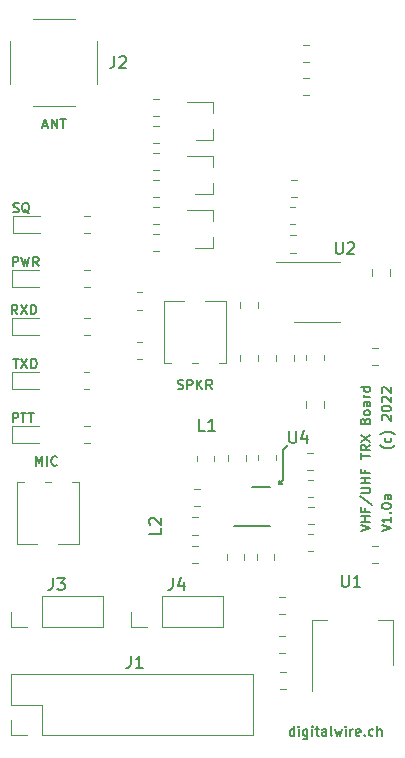
<source format=gto>
%TF.GenerationSoftware,KiCad,Pcbnew,(6.0.0)*%
%TF.CreationDate,2021-12-26T21:14:17+01:00*%
%TF.ProjectId,TRX_Board,5452585f-426f-4617-9264-2e6b69636164,V 1.0*%
%TF.SameCoordinates,Original*%
%TF.FileFunction,Legend,Top*%
%TF.FilePolarity,Positive*%
%FSLAX46Y46*%
G04 Gerber Fmt 4.6, Leading zero omitted, Abs format (unit mm)*
G04 Created by KiCad (PCBNEW (6.0.0)) date 2021-12-26 21:14:17*
%MOMM*%
%LPD*%
G01*
G04 APERTURE LIST*
%ADD10C,0.152400*%
%ADD11C,0.150000*%
%ADD12C,0.120000*%
G04 APERTURE END LIST*
D10*
X109307085Y-74430466D02*
X109694133Y-74430466D01*
X109229676Y-74662695D02*
X109500609Y-73849895D01*
X109771542Y-74662695D01*
X110042476Y-74662695D02*
X110042476Y-73849895D01*
X110506933Y-74662695D01*
X110506933Y-73849895D01*
X110777866Y-73849895D02*
X111242323Y-73849895D01*
X111010095Y-74662695D02*
X111010095Y-73849895D01*
X139107333Y-101509285D02*
X139068628Y-101547990D01*
X138952514Y-101625400D01*
X138875104Y-101664104D01*
X138758990Y-101702809D01*
X138565466Y-101741514D01*
X138410647Y-101741514D01*
X138217123Y-101702809D01*
X138101009Y-101664104D01*
X138023600Y-101625400D01*
X137907485Y-101547990D01*
X137868780Y-101509285D01*
X138758990Y-100851304D02*
X138797695Y-100928714D01*
X138797695Y-101083533D01*
X138758990Y-101160942D01*
X138720285Y-101199647D01*
X138642876Y-101238352D01*
X138410647Y-101238352D01*
X138333238Y-101199647D01*
X138294533Y-101160942D01*
X138255828Y-101083533D01*
X138255828Y-100928714D01*
X138294533Y-100851304D01*
X139107333Y-100580371D02*
X139068628Y-100541666D01*
X138952514Y-100464257D01*
X138875104Y-100425552D01*
X138758990Y-100386847D01*
X138565466Y-100348142D01*
X138410647Y-100348142D01*
X138217123Y-100386847D01*
X138101009Y-100425552D01*
X138023600Y-100464257D01*
X137907485Y-100541666D01*
X137868780Y-100580371D01*
X138062304Y-99380523D02*
X138023600Y-99341819D01*
X137984895Y-99264409D01*
X137984895Y-99070885D01*
X138023600Y-98993476D01*
X138062304Y-98954771D01*
X138139714Y-98916066D01*
X138217123Y-98916066D01*
X138333238Y-98954771D01*
X138797695Y-99419228D01*
X138797695Y-98916066D01*
X137984895Y-98412904D02*
X137984895Y-98335495D01*
X138023600Y-98258085D01*
X138062304Y-98219380D01*
X138139714Y-98180676D01*
X138294533Y-98141971D01*
X138488057Y-98141971D01*
X138642876Y-98180676D01*
X138720285Y-98219380D01*
X138758990Y-98258085D01*
X138797695Y-98335495D01*
X138797695Y-98412904D01*
X138758990Y-98490314D01*
X138720285Y-98529019D01*
X138642876Y-98567723D01*
X138488057Y-98606428D01*
X138294533Y-98606428D01*
X138139714Y-98567723D01*
X138062304Y-98529019D01*
X138023600Y-98490314D01*
X137984895Y-98412904D01*
X138062304Y-97832333D02*
X138023600Y-97793628D01*
X137984895Y-97716219D01*
X137984895Y-97522695D01*
X138023600Y-97445285D01*
X138062304Y-97406580D01*
X138139714Y-97367876D01*
X138217123Y-97367876D01*
X138333238Y-97406580D01*
X138797695Y-97871038D01*
X138797695Y-97367876D01*
X138062304Y-97058238D02*
X138023600Y-97019533D01*
X137984895Y-96942123D01*
X137984895Y-96748600D01*
X138023600Y-96671190D01*
X138062304Y-96632485D01*
X138139714Y-96593780D01*
X138217123Y-96593780D01*
X138333238Y-96632485D01*
X138797695Y-97096942D01*
X138797695Y-96593780D01*
X137984895Y-108794247D02*
X138797695Y-108523314D01*
X137984895Y-108252380D01*
X138797695Y-107555695D02*
X138797695Y-108020152D01*
X138797695Y-107787923D02*
X137984895Y-107787923D01*
X138101009Y-107865333D01*
X138178419Y-107942742D01*
X138217123Y-108020152D01*
X138720285Y-107207352D02*
X138758990Y-107168647D01*
X138797695Y-107207352D01*
X138758990Y-107246057D01*
X138720285Y-107207352D01*
X138797695Y-107207352D01*
X137984895Y-106665485D02*
X137984895Y-106588076D01*
X138023600Y-106510666D01*
X138062304Y-106471961D01*
X138139714Y-106433257D01*
X138294533Y-106394552D01*
X138488057Y-106394552D01*
X138642876Y-106433257D01*
X138720285Y-106471961D01*
X138758990Y-106510666D01*
X138797695Y-106588076D01*
X138797695Y-106665485D01*
X138758990Y-106742895D01*
X138720285Y-106781600D01*
X138642876Y-106820304D01*
X138488057Y-106859009D01*
X138294533Y-106859009D01*
X138139714Y-106820304D01*
X138062304Y-106781600D01*
X138023600Y-106742895D01*
X137984895Y-106665485D01*
X138797695Y-105697866D02*
X138371942Y-105697866D01*
X138294533Y-105736571D01*
X138255828Y-105813980D01*
X138255828Y-105968800D01*
X138294533Y-106046209D01*
X138758990Y-105697866D02*
X138797695Y-105775276D01*
X138797695Y-105968800D01*
X138758990Y-106046209D01*
X138681580Y-106084914D01*
X138604171Y-106084914D01*
X138526761Y-106046209D01*
X138488057Y-105968800D01*
X138488057Y-105775276D01*
X138449352Y-105697866D01*
X136206895Y-108770057D02*
X137019695Y-108499123D01*
X136206895Y-108228190D01*
X137019695Y-107957257D02*
X136206895Y-107957257D01*
X136593942Y-107957257D02*
X136593942Y-107492800D01*
X137019695Y-107492800D02*
X136206895Y-107492800D01*
X136593942Y-106834819D02*
X136593942Y-107105752D01*
X137019695Y-107105752D02*
X136206895Y-107105752D01*
X136206895Y-106718704D01*
X136168190Y-105828495D02*
X137213219Y-106525180D01*
X136206895Y-105557561D02*
X136864876Y-105557561D01*
X136942285Y-105518857D01*
X136980990Y-105480152D01*
X137019695Y-105402742D01*
X137019695Y-105247923D01*
X136980990Y-105170514D01*
X136942285Y-105131809D01*
X136864876Y-105093104D01*
X136206895Y-105093104D01*
X137019695Y-104706057D02*
X136206895Y-104706057D01*
X136593942Y-104706057D02*
X136593942Y-104241600D01*
X137019695Y-104241600D02*
X136206895Y-104241600D01*
X136593942Y-103583619D02*
X136593942Y-103854552D01*
X137019695Y-103854552D02*
X136206895Y-103854552D01*
X136206895Y-103467504D01*
X136206895Y-102654704D02*
X136206895Y-102190247D01*
X137019695Y-102422476D02*
X136206895Y-102422476D01*
X137019695Y-101454857D02*
X136632647Y-101725790D01*
X137019695Y-101919314D02*
X136206895Y-101919314D01*
X136206895Y-101609676D01*
X136245600Y-101532266D01*
X136284304Y-101493561D01*
X136361714Y-101454857D01*
X136477828Y-101454857D01*
X136555238Y-101493561D01*
X136593942Y-101532266D01*
X136632647Y-101609676D01*
X136632647Y-101919314D01*
X136206895Y-101183923D02*
X137019695Y-100642057D01*
X136206895Y-100642057D02*
X137019695Y-101183923D01*
X136593942Y-99442209D02*
X136632647Y-99326095D01*
X136671352Y-99287390D01*
X136748761Y-99248685D01*
X136864876Y-99248685D01*
X136942285Y-99287390D01*
X136980990Y-99326095D01*
X137019695Y-99403504D01*
X137019695Y-99713142D01*
X136206895Y-99713142D01*
X136206895Y-99442209D01*
X136245600Y-99364800D01*
X136284304Y-99326095D01*
X136361714Y-99287390D01*
X136439123Y-99287390D01*
X136516533Y-99326095D01*
X136555238Y-99364800D01*
X136593942Y-99442209D01*
X136593942Y-99713142D01*
X137019695Y-98784228D02*
X136980990Y-98861638D01*
X136942285Y-98900342D01*
X136864876Y-98939047D01*
X136632647Y-98939047D01*
X136555238Y-98900342D01*
X136516533Y-98861638D01*
X136477828Y-98784228D01*
X136477828Y-98668114D01*
X136516533Y-98590704D01*
X136555238Y-98552000D01*
X136632647Y-98513295D01*
X136864876Y-98513295D01*
X136942285Y-98552000D01*
X136980990Y-98590704D01*
X137019695Y-98668114D01*
X137019695Y-98784228D01*
X137019695Y-97816609D02*
X136593942Y-97816609D01*
X136516533Y-97855314D01*
X136477828Y-97932723D01*
X136477828Y-98087542D01*
X136516533Y-98164952D01*
X136980990Y-97816609D02*
X137019695Y-97894019D01*
X137019695Y-98087542D01*
X136980990Y-98164952D01*
X136903580Y-98203657D01*
X136826171Y-98203657D01*
X136748761Y-98164952D01*
X136710057Y-98087542D01*
X136710057Y-97894019D01*
X136671352Y-97816609D01*
X137019695Y-97429561D02*
X136477828Y-97429561D01*
X136632647Y-97429561D02*
X136555238Y-97390857D01*
X136516533Y-97352152D01*
X136477828Y-97274742D01*
X136477828Y-97197333D01*
X137019695Y-96578057D02*
X136206895Y-96578057D01*
X136980990Y-96578057D02*
X137019695Y-96655466D01*
X137019695Y-96810285D01*
X136980990Y-96887695D01*
X136942285Y-96926400D01*
X136864876Y-96965104D01*
X136632647Y-96965104D01*
X136555238Y-96926400D01*
X136516533Y-96887695D01*
X136477828Y-96810285D01*
X136477828Y-96655466D01*
X136516533Y-96578057D01*
X129540000Y-104775000D02*
X129286000Y-104775000D01*
X129286000Y-104521000D02*
X129540000Y-104775000D01*
X129286000Y-104775000D02*
X129286000Y-104521000D01*
X129667000Y-104394000D02*
X129286000Y-104775000D01*
X129667000Y-101854000D02*
X129667000Y-104394000D01*
X130048000Y-101473000D02*
X129667000Y-101854000D01*
X130589866Y-126097695D02*
X130589866Y-125284895D01*
X130589866Y-126058990D02*
X130512457Y-126097695D01*
X130357638Y-126097695D01*
X130280228Y-126058990D01*
X130241523Y-126020285D01*
X130202819Y-125942876D01*
X130202819Y-125710647D01*
X130241523Y-125633238D01*
X130280228Y-125594533D01*
X130357638Y-125555828D01*
X130512457Y-125555828D01*
X130589866Y-125594533D01*
X130976914Y-126097695D02*
X130976914Y-125555828D01*
X130976914Y-125284895D02*
X130938209Y-125323600D01*
X130976914Y-125362304D01*
X131015619Y-125323600D01*
X130976914Y-125284895D01*
X130976914Y-125362304D01*
X131712304Y-125555828D02*
X131712304Y-126213809D01*
X131673600Y-126291219D01*
X131634895Y-126329923D01*
X131557485Y-126368628D01*
X131441371Y-126368628D01*
X131363961Y-126329923D01*
X131712304Y-126058990D02*
X131634895Y-126097695D01*
X131480076Y-126097695D01*
X131402666Y-126058990D01*
X131363961Y-126020285D01*
X131325257Y-125942876D01*
X131325257Y-125710647D01*
X131363961Y-125633238D01*
X131402666Y-125594533D01*
X131480076Y-125555828D01*
X131634895Y-125555828D01*
X131712304Y-125594533D01*
X132099352Y-126097695D02*
X132099352Y-125555828D01*
X132099352Y-125284895D02*
X132060647Y-125323600D01*
X132099352Y-125362304D01*
X132138057Y-125323600D01*
X132099352Y-125284895D01*
X132099352Y-125362304D01*
X132370285Y-125555828D02*
X132679923Y-125555828D01*
X132486400Y-125284895D02*
X132486400Y-125981580D01*
X132525104Y-126058990D01*
X132602514Y-126097695D01*
X132679923Y-126097695D01*
X133299200Y-126097695D02*
X133299200Y-125671942D01*
X133260495Y-125594533D01*
X133183085Y-125555828D01*
X133028266Y-125555828D01*
X132950857Y-125594533D01*
X133299200Y-126058990D02*
X133221790Y-126097695D01*
X133028266Y-126097695D01*
X132950857Y-126058990D01*
X132912152Y-125981580D01*
X132912152Y-125904171D01*
X132950857Y-125826761D01*
X133028266Y-125788057D01*
X133221790Y-125788057D01*
X133299200Y-125749352D01*
X133802361Y-126097695D02*
X133724952Y-126058990D01*
X133686247Y-125981580D01*
X133686247Y-125284895D01*
X134034590Y-125555828D02*
X134189409Y-126097695D01*
X134344228Y-125710647D01*
X134499047Y-126097695D01*
X134653866Y-125555828D01*
X134963504Y-126097695D02*
X134963504Y-125555828D01*
X134963504Y-125284895D02*
X134924800Y-125323600D01*
X134963504Y-125362304D01*
X135002209Y-125323600D01*
X134963504Y-125284895D01*
X134963504Y-125362304D01*
X135350552Y-126097695D02*
X135350552Y-125555828D01*
X135350552Y-125710647D02*
X135389257Y-125633238D01*
X135427961Y-125594533D01*
X135505371Y-125555828D01*
X135582780Y-125555828D01*
X136163352Y-126058990D02*
X136085942Y-126097695D01*
X135931123Y-126097695D01*
X135853714Y-126058990D01*
X135815009Y-125981580D01*
X135815009Y-125671942D01*
X135853714Y-125594533D01*
X135931123Y-125555828D01*
X136085942Y-125555828D01*
X136163352Y-125594533D01*
X136202057Y-125671942D01*
X136202057Y-125749352D01*
X135815009Y-125826761D01*
X136550400Y-126020285D02*
X136589104Y-126058990D01*
X136550400Y-126097695D01*
X136511695Y-126058990D01*
X136550400Y-126020285D01*
X136550400Y-126097695D01*
X137285790Y-126058990D02*
X137208380Y-126097695D01*
X137053561Y-126097695D01*
X136976152Y-126058990D01*
X136937447Y-126020285D01*
X136898742Y-125942876D01*
X136898742Y-125710647D01*
X136937447Y-125633238D01*
X136976152Y-125594533D01*
X137053561Y-125555828D01*
X137208380Y-125555828D01*
X137285790Y-125594533D01*
X137634133Y-126097695D02*
X137634133Y-125284895D01*
X137982476Y-126097695D02*
X137982476Y-125671942D01*
X137943771Y-125594533D01*
X137866361Y-125555828D01*
X137750247Y-125555828D01*
X137672838Y-125594533D01*
X137634133Y-125633238D01*
X120722571Y-96721990D02*
X120838685Y-96760695D01*
X121032209Y-96760695D01*
X121109619Y-96721990D01*
X121148323Y-96683285D01*
X121187028Y-96605876D01*
X121187028Y-96528466D01*
X121148323Y-96451057D01*
X121109619Y-96412352D01*
X121032209Y-96373647D01*
X120877390Y-96334942D01*
X120799980Y-96296238D01*
X120761276Y-96257533D01*
X120722571Y-96180123D01*
X120722571Y-96102714D01*
X120761276Y-96025304D01*
X120799980Y-95986600D01*
X120877390Y-95947895D01*
X121070914Y-95947895D01*
X121187028Y-95986600D01*
X121535371Y-96760695D02*
X121535371Y-95947895D01*
X121845009Y-95947895D01*
X121922419Y-95986600D01*
X121961123Y-96025304D01*
X121999828Y-96102714D01*
X121999828Y-96218828D01*
X121961123Y-96296238D01*
X121922419Y-96334942D01*
X121845009Y-96373647D01*
X121535371Y-96373647D01*
X122348171Y-96760695D02*
X122348171Y-95947895D01*
X122812628Y-96760695D02*
X122464285Y-96296238D01*
X122812628Y-95947895D02*
X122348171Y-96412352D01*
X123625428Y-96760695D02*
X123354495Y-96373647D01*
X123160971Y-96760695D02*
X123160971Y-95947895D01*
X123470609Y-95947895D01*
X123548019Y-95986600D01*
X123586723Y-96025304D01*
X123625428Y-96102714D01*
X123625428Y-96218828D01*
X123586723Y-96296238D01*
X123548019Y-96334942D01*
X123470609Y-96373647D01*
X123160971Y-96373647D01*
X108730142Y-103237695D02*
X108730142Y-102424895D01*
X109001076Y-103005466D01*
X109272009Y-102424895D01*
X109272009Y-103237695D01*
X109659057Y-103237695D02*
X109659057Y-102424895D01*
X110510561Y-103160285D02*
X110471857Y-103198990D01*
X110355742Y-103237695D01*
X110278333Y-103237695D01*
X110162219Y-103198990D01*
X110084809Y-103121580D01*
X110046104Y-103044171D01*
X110007400Y-102889352D01*
X110007400Y-102773238D01*
X110046104Y-102618419D01*
X110084809Y-102541009D01*
X110162219Y-102463600D01*
X110278333Y-102424895D01*
X110355742Y-102424895D01*
X110471857Y-102463600D01*
X110510561Y-102502304D01*
X107154133Y-90410695D02*
X106883200Y-90023647D01*
X106689676Y-90410695D02*
X106689676Y-89597895D01*
X106999314Y-89597895D01*
X107076723Y-89636600D01*
X107115428Y-89675304D01*
X107154133Y-89752714D01*
X107154133Y-89868828D01*
X107115428Y-89946238D01*
X107076723Y-89984942D01*
X106999314Y-90023647D01*
X106689676Y-90023647D01*
X107425066Y-89597895D02*
X107966933Y-90410695D01*
X107966933Y-89597895D02*
X107425066Y-90410695D01*
X108276571Y-90410695D02*
X108276571Y-89597895D01*
X108470095Y-89597895D01*
X108586209Y-89636600D01*
X108663619Y-89714009D01*
X108702323Y-89791419D01*
X108741028Y-89946238D01*
X108741028Y-90062352D01*
X108702323Y-90217171D01*
X108663619Y-90294580D01*
X108586209Y-90371990D01*
X108470095Y-90410695D01*
X108276571Y-90410695D01*
X106736847Y-99554695D02*
X106736847Y-98741895D01*
X107046485Y-98741895D01*
X107123895Y-98780600D01*
X107162600Y-98819304D01*
X107201304Y-98896714D01*
X107201304Y-99012828D01*
X107162600Y-99090238D01*
X107123895Y-99128942D01*
X107046485Y-99167647D01*
X106736847Y-99167647D01*
X107433533Y-98741895D02*
X107897990Y-98741895D01*
X107665761Y-99554695D02*
X107665761Y-98741895D01*
X108052809Y-98741895D02*
X108517266Y-98741895D01*
X108285038Y-99554695D02*
X108285038Y-98741895D01*
X106797323Y-94169895D02*
X107261780Y-94169895D01*
X107029552Y-94982695D02*
X107029552Y-94169895D01*
X107455304Y-94169895D02*
X107997171Y-94982695D01*
X107997171Y-94169895D02*
X107455304Y-94982695D01*
X108306809Y-94982695D02*
X108306809Y-94169895D01*
X108500333Y-94169895D01*
X108616447Y-94208600D01*
X108693857Y-94286009D01*
X108732561Y-94363419D01*
X108771266Y-94518238D01*
X108771266Y-94634352D01*
X108732561Y-94789171D01*
X108693857Y-94866580D01*
X108616447Y-94943990D01*
X108500333Y-94982695D01*
X108306809Y-94982695D01*
X106739266Y-86346695D02*
X106739266Y-85533895D01*
X107048904Y-85533895D01*
X107126314Y-85572600D01*
X107165019Y-85611304D01*
X107203723Y-85688714D01*
X107203723Y-85804828D01*
X107165019Y-85882238D01*
X107126314Y-85920942D01*
X107048904Y-85959647D01*
X106739266Y-85959647D01*
X107474657Y-85533895D02*
X107668180Y-86346695D01*
X107823000Y-85766123D01*
X107977819Y-86346695D01*
X108171342Y-85533895D01*
X108945438Y-86346695D02*
X108674504Y-85959647D01*
X108480980Y-86346695D02*
X108480980Y-85533895D01*
X108790619Y-85533895D01*
X108868028Y-85572600D01*
X108906733Y-85611304D01*
X108945438Y-85688714D01*
X108945438Y-85804828D01*
X108906733Y-85882238D01*
X108868028Y-85920942D01*
X108790619Y-85959647D01*
X108480980Y-85959647D01*
X106784019Y-81735990D02*
X106900133Y-81774695D01*
X107093657Y-81774695D01*
X107171066Y-81735990D01*
X107209771Y-81697285D01*
X107248476Y-81619876D01*
X107248476Y-81542466D01*
X107209771Y-81465057D01*
X107171066Y-81426352D01*
X107093657Y-81387647D01*
X106938838Y-81348942D01*
X106861428Y-81310238D01*
X106822723Y-81271533D01*
X106784019Y-81194123D01*
X106784019Y-81116714D01*
X106822723Y-81039304D01*
X106861428Y-81000600D01*
X106938838Y-80961895D01*
X107132361Y-80961895D01*
X107248476Y-81000600D01*
X108138685Y-81852104D02*
X108061276Y-81813400D01*
X107983866Y-81735990D01*
X107867752Y-81619876D01*
X107790342Y-81581171D01*
X107712933Y-81581171D01*
X107751638Y-81774695D02*
X107674228Y-81735990D01*
X107596819Y-81658580D01*
X107558114Y-81503761D01*
X107558114Y-81232828D01*
X107596819Y-81078009D01*
X107674228Y-81000600D01*
X107751638Y-80961895D01*
X107906457Y-80961895D01*
X107983866Y-81000600D01*
X108061276Y-81078009D01*
X108099980Y-81232828D01*
X108099980Y-81503761D01*
X108061276Y-81658580D01*
X107983866Y-81735990D01*
X107906457Y-81774695D01*
X107751638Y-81774695D01*
D11*
%TO.C,J2*%
X115363666Y-68540380D02*
X115363666Y-69254666D01*
X115316047Y-69397523D01*
X115220809Y-69492761D01*
X115077952Y-69540380D01*
X114982714Y-69540380D01*
X115792238Y-68635619D02*
X115839857Y-68588000D01*
X115935095Y-68540380D01*
X116173190Y-68540380D01*
X116268428Y-68588000D01*
X116316047Y-68635619D01*
X116363666Y-68730857D01*
X116363666Y-68826095D01*
X116316047Y-68968952D01*
X115744619Y-69540380D01*
X116363666Y-69540380D01*
%TO.C,J3*%
X110156666Y-112736380D02*
X110156666Y-113450666D01*
X110109047Y-113593523D01*
X110013809Y-113688761D01*
X109870952Y-113736380D01*
X109775714Y-113736380D01*
X110537619Y-112736380D02*
X111156666Y-112736380D01*
X110823333Y-113117333D01*
X110966190Y-113117333D01*
X111061428Y-113164952D01*
X111109047Y-113212571D01*
X111156666Y-113307809D01*
X111156666Y-113545904D01*
X111109047Y-113641142D01*
X111061428Y-113688761D01*
X110966190Y-113736380D01*
X110680476Y-113736380D01*
X110585238Y-113688761D01*
X110537619Y-113641142D01*
%TO.C,U1*%
X134620095Y-112482380D02*
X134620095Y-113291904D01*
X134667714Y-113387142D01*
X134715333Y-113434761D01*
X134810571Y-113482380D01*
X135001047Y-113482380D01*
X135096285Y-113434761D01*
X135143904Y-113387142D01*
X135191523Y-113291904D01*
X135191523Y-112482380D01*
X136191523Y-113482380D02*
X135620095Y-113482380D01*
X135905809Y-113482380D02*
X135905809Y-112482380D01*
X135810571Y-112625238D01*
X135715333Y-112720476D01*
X135620095Y-112768095D01*
%TO.C,U2*%
X134112095Y-84288380D02*
X134112095Y-85097904D01*
X134159714Y-85193142D01*
X134207333Y-85240761D01*
X134302571Y-85288380D01*
X134493047Y-85288380D01*
X134588285Y-85240761D01*
X134635904Y-85193142D01*
X134683523Y-85097904D01*
X134683523Y-84288380D01*
X135112095Y-84383619D02*
X135159714Y-84336000D01*
X135254952Y-84288380D01*
X135493047Y-84288380D01*
X135588285Y-84336000D01*
X135635904Y-84383619D01*
X135683523Y-84478857D01*
X135683523Y-84574095D01*
X135635904Y-84716952D01*
X135064476Y-85288380D01*
X135683523Y-85288380D01*
%TO.C,U4*%
X130175095Y-100290380D02*
X130175095Y-101099904D01*
X130222714Y-101195142D01*
X130270333Y-101242761D01*
X130365571Y-101290380D01*
X130556047Y-101290380D01*
X130651285Y-101242761D01*
X130698904Y-101195142D01*
X130746523Y-101099904D01*
X130746523Y-100290380D01*
X131651285Y-100623714D02*
X131651285Y-101290380D01*
X131413190Y-100242761D02*
X131175095Y-100957047D01*
X131794142Y-100957047D01*
%TO.C,L1*%
X123023333Y-100274380D02*
X122547142Y-100274380D01*
X122547142Y-99274380D01*
X123880476Y-100274380D02*
X123309047Y-100274380D01*
X123594761Y-100274380D02*
X123594761Y-99274380D01*
X123499523Y-99417238D01*
X123404285Y-99512476D01*
X123309047Y-99560095D01*
%TO.C,L2*%
X119324380Y-108497666D02*
X119324380Y-108973857D01*
X118324380Y-108973857D01*
X118419619Y-108211952D02*
X118372000Y-108164333D01*
X118324380Y-108069095D01*
X118324380Y-107831000D01*
X118372000Y-107735761D01*
X118419619Y-107688142D01*
X118514857Y-107640523D01*
X118610095Y-107640523D01*
X118752952Y-107688142D01*
X119324380Y-108259571D01*
X119324380Y-107640523D01*
%TO.C,J1*%
X116760666Y-119340380D02*
X116760666Y-120054666D01*
X116713047Y-120197523D01*
X116617809Y-120292761D01*
X116474952Y-120340380D01*
X116379714Y-120340380D01*
X117760666Y-120340380D02*
X117189238Y-120340380D01*
X117474952Y-120340380D02*
X117474952Y-119340380D01*
X117379714Y-119483238D01*
X117284476Y-119578476D01*
X117189238Y-119626095D01*
%TO.C,J4*%
X120316666Y-112736380D02*
X120316666Y-113450666D01*
X120269047Y-113593523D01*
X120173809Y-113688761D01*
X120030952Y-113736380D01*
X119935714Y-113736380D01*
X121221428Y-113069714D02*
X121221428Y-113736380D01*
X120983333Y-112688761D02*
X120745238Y-113403047D01*
X121364285Y-113403047D01*
D12*
%TO.C,C1*%
X127481000Y-93845748D02*
X127481000Y-94368252D01*
X126011000Y-93845748D02*
X126011000Y-94368252D01*
%TO.C,C2*%
X129867252Y-122147000D02*
X129344748Y-122147000D01*
X129867252Y-120677000D02*
X129344748Y-120677000D01*
%TO.C,C3*%
X137675252Y-110009000D02*
X137152748Y-110009000D01*
X137675252Y-111479000D02*
X137152748Y-111479000D01*
%TO.C,C4*%
X127481000Y-89334748D02*
X127481000Y-89857252D01*
X126011000Y-89334748D02*
X126011000Y-89857252D01*
%TO.C,C5*%
X137187000Y-87129252D02*
X137187000Y-86606748D01*
X138657000Y-87129252D02*
X138657000Y-86606748D01*
%TO.C,C6*%
X130228748Y-83720000D02*
X130751252Y-83720000D01*
X130228748Y-85190000D02*
X130751252Y-85190000D01*
%TO.C,C7*%
X129801252Y-114327000D02*
X129278748Y-114327000D01*
X129801252Y-115797000D02*
X129278748Y-115797000D01*
%TO.C,C8*%
X131599000Y-97782748D02*
X131599000Y-98305252D01*
X133069000Y-97782748D02*
X133069000Y-98305252D01*
%TO.C,C9*%
X129801252Y-117629000D02*
X129278748Y-117629000D01*
X129801252Y-119099000D02*
X129278748Y-119099000D01*
%TO.C,C10*%
X129059000Y-93830548D02*
X129059000Y-94353052D01*
X130529000Y-93830548D02*
X130529000Y-94353052D01*
%TO.C,C11*%
X126338000Y-110670748D02*
X126338000Y-111193252D01*
X124868000Y-110670748D02*
X124868000Y-111193252D01*
%TO.C,C12*%
X131833252Y-70385000D02*
X131310748Y-70385000D01*
X131833252Y-71855000D02*
X131310748Y-71855000D01*
%TO.C,C13*%
X131833252Y-69061000D02*
X131310748Y-69061000D01*
X131833252Y-67591000D02*
X131310748Y-67591000D01*
%TO.C,C14*%
X137675252Y-94715000D02*
X137152748Y-94715000D01*
X137675252Y-93245000D02*
X137152748Y-93245000D01*
%TO.C,C15*%
X128878000Y-110670748D02*
X128878000Y-111193252D01*
X127408000Y-110670748D02*
X127408000Y-111193252D01*
%TO.C,C16*%
X124995000Y-102288748D02*
X124995000Y-102811252D01*
X126465000Y-102288748D02*
X126465000Y-102811252D01*
%TO.C,C17*%
X132275252Y-106707000D02*
X131752748Y-106707000D01*
X132275252Y-108177000D02*
X131752748Y-108177000D01*
%TO.C,C18*%
X122628252Y-105183000D02*
X122105748Y-105183000D01*
X122628252Y-106653000D02*
X122105748Y-106653000D01*
%TO.C,C19*%
X122435252Y-111479000D02*
X121912748Y-111479000D01*
X122435252Y-110009000D02*
X121912748Y-110009000D01*
%TO.C,J2*%
X108436000Y-65408000D02*
X112036000Y-65408000D01*
X113916000Y-67288000D02*
X113916000Y-70888000D01*
X106556000Y-67288000D02*
X106556000Y-70888000D01*
X108436000Y-72768000D02*
X112036000Y-72768000D01*
%TO.C,J3*%
X114360000Y-116900000D02*
X114360000Y-114240000D01*
X107950000Y-116900000D02*
X106620000Y-116900000D01*
X106620000Y-116900000D02*
X106620000Y-115570000D01*
X109220000Y-116900000D02*
X114360000Y-116900000D01*
X109220000Y-114240000D02*
X114360000Y-114240000D01*
X109220000Y-116900000D02*
X109220000Y-114240000D01*
%TO.C,Q1*%
X123696000Y-72461000D02*
X123696000Y-73391000D01*
X123696000Y-75621000D02*
X122236000Y-75621000D01*
X123696000Y-72461000D02*
X121536000Y-72461000D01*
X123696000Y-75621000D02*
X123696000Y-74691000D01*
%TO.C,Q2*%
X123680000Y-77033000D02*
X123680000Y-77963000D01*
X123680000Y-80193000D02*
X122220000Y-80193000D01*
X123680000Y-77033000D02*
X121520000Y-77033000D01*
X123680000Y-80193000D02*
X123680000Y-79263000D01*
%TO.C,Q3*%
X123680000Y-81605000D02*
X121520000Y-81605000D01*
X123680000Y-84765000D02*
X123680000Y-83835000D01*
X123680000Y-81605000D02*
X123680000Y-82535000D01*
X123680000Y-84765000D02*
X122220000Y-84765000D01*
%TO.C,R1*%
X130225436Y-81307000D02*
X130679564Y-81307000D01*
X130225436Y-82777000D02*
X130679564Y-82777000D01*
%TO.C,R2*%
X119122564Y-81307000D02*
X118668436Y-81307000D01*
X119122564Y-82777000D02*
X118668436Y-82777000D01*
%TO.C,R3*%
X119099064Y-74449000D02*
X118644936Y-74449000D01*
X119099064Y-75919000D02*
X118644936Y-75919000D01*
%TO.C,R4*%
X130783064Y-80491000D02*
X130328936Y-80491000D01*
X130783064Y-79021000D02*
X130328936Y-79021000D01*
%TO.C,R5*%
X119122564Y-79021000D02*
X118668436Y-79021000D01*
X119122564Y-80491000D02*
X118668436Y-80491000D01*
%TO.C,R6*%
X119099064Y-72163000D02*
X118644936Y-72163000D01*
X119099064Y-73633000D02*
X118644936Y-73633000D01*
%TO.C,R7*%
X119099064Y-78205000D02*
X118644936Y-78205000D01*
X119099064Y-76735000D02*
X118644936Y-76735000D01*
%TO.C,R8*%
X119122564Y-83593000D02*
X118668436Y-83593000D01*
X119122564Y-85063000D02*
X118668436Y-85063000D01*
%TO.C,R9*%
X117247936Y-90016000D02*
X117702064Y-90016000D01*
X117247936Y-88546000D02*
X117702064Y-88546000D01*
%TO.C,R10*%
X133069000Y-93854536D02*
X133069000Y-94308664D01*
X131599000Y-93854536D02*
X131599000Y-94308664D01*
%TO.C,R11*%
X117725564Y-94207000D02*
X117271436Y-94207000D01*
X117725564Y-92737000D02*
X117271436Y-92737000D01*
%TO.C,R12*%
X127535000Y-102739564D02*
X127535000Y-102285436D01*
X129005000Y-102739564D02*
X129005000Y-102285436D01*
%TO.C,R14*%
X131749436Y-105891000D02*
X132203564Y-105891000D01*
X131749436Y-104421000D02*
X132203564Y-104421000D01*
%TO.C,R15*%
X131749436Y-110463000D02*
X132203564Y-110463000D01*
X131749436Y-108993000D02*
X132203564Y-108993000D01*
%TO.C,U1*%
X138919000Y-116302000D02*
X137659000Y-116302000D01*
X132099000Y-122312000D02*
X132099000Y-116302000D01*
X132099000Y-116302000D02*
X133359000Y-116302000D01*
X138919000Y-120062000D02*
X138919000Y-116302000D01*
%TO.C,U2*%
X132523000Y-85959000D02*
X134473000Y-85959000D01*
X132523000Y-85959000D02*
X129073000Y-85959000D01*
X132523000Y-91079000D02*
X130573000Y-91079000D01*
X132523000Y-91079000D02*
X134473000Y-91079000D01*
D11*
%TO.C,U4*%
X127000000Y-105055000D02*
X128500000Y-105055000D01*
X125500000Y-108305000D02*
X128500000Y-108305000D01*
D12*
%TO.C,RV1*%
X119554000Y-89284000D02*
X119554000Y-94524000D01*
X122434000Y-94524000D02*
X121914000Y-94524000D01*
X121284000Y-89284000D02*
X119554000Y-89284000D01*
X124794000Y-89284000D02*
X124794000Y-94524000D01*
X124794000Y-94524000D02*
X124213000Y-94524000D01*
X124794000Y-89284000D02*
X123064000Y-89284000D01*
X120134000Y-94524000D02*
X119554000Y-94524000D01*
%TO.C,RV2*%
X111768000Y-104612000D02*
X112348000Y-104612000D01*
X107108000Y-104612000D02*
X107689000Y-104612000D01*
X107108000Y-109852000D02*
X108838000Y-109852000D01*
X112348000Y-109852000D02*
X112348000Y-104612000D01*
X110618000Y-109852000D02*
X112348000Y-109852000D01*
X107108000Y-109852000D02*
X107108000Y-104612000D01*
X109468000Y-104612000D02*
X109988000Y-104612000D01*
%TO.C,L1*%
X123798000Y-102404936D02*
X123798000Y-102859064D01*
X122328000Y-102404936D02*
X122328000Y-102859064D01*
%TO.C,L2*%
X121962936Y-107596000D02*
X122417064Y-107596000D01*
X121962936Y-109066000D02*
X122417064Y-109066000D01*
%TO.C,D1*%
X106719000Y-92175000D02*
X109004000Y-92175000D01*
X109004000Y-90705000D02*
X106719000Y-90705000D01*
X106719000Y-90705000D02*
X106719000Y-92175000D01*
%TO.C,D3*%
X106719000Y-101319000D02*
X109004000Y-101319000D01*
X109004000Y-99849000D02*
X106719000Y-99849000D01*
X106719000Y-99849000D02*
X106719000Y-101319000D01*
%TO.C,D4*%
X106744500Y-83539000D02*
X109029500Y-83539000D01*
X106744500Y-82069000D02*
X106744500Y-83539000D01*
X109029500Y-82069000D02*
X106744500Y-82069000D01*
%TO.C,D5*%
X106719000Y-88111000D02*
X109004000Y-88111000D01*
X109004000Y-86641000D02*
X106719000Y-86641000D01*
X106719000Y-86641000D02*
X106719000Y-88111000D01*
%TO.C,R16*%
X112826436Y-90705000D02*
X113280564Y-90705000D01*
X112826436Y-92175000D02*
X113280564Y-92175000D01*
%TO.C,R17*%
X112779436Y-95277000D02*
X113233564Y-95277000D01*
X112779436Y-96747000D02*
X113233564Y-96747000D01*
%TO.C,R19*%
X112802936Y-82069000D02*
X113257064Y-82069000D01*
X112802936Y-83539000D02*
X113257064Y-83539000D01*
%TO.C,R20*%
X112826436Y-88111000D02*
X113280564Y-88111000D01*
X112826436Y-86641000D02*
X113280564Y-86641000D01*
%TO.C,J1*%
X109220000Y-126044000D02*
X109220000Y-123444000D01*
X106620000Y-120844000D02*
X127060000Y-120844000D01*
X109220000Y-126044000D02*
X127060000Y-126044000D01*
X106620000Y-126044000D02*
X106620000Y-124714000D01*
X109220000Y-123444000D02*
X106620000Y-123444000D01*
X127060000Y-126044000D02*
X127060000Y-120844000D01*
X106620000Y-123444000D02*
X106620000Y-120844000D01*
X107950000Y-126044000D02*
X106620000Y-126044000D01*
%TO.C,J4*%
X118110000Y-116900000D02*
X116780000Y-116900000D01*
X124520000Y-116900000D02*
X124520000Y-114240000D01*
X116780000Y-116900000D02*
X116780000Y-115570000D01*
X119380000Y-114240000D02*
X124520000Y-114240000D01*
X119380000Y-116900000D02*
X124520000Y-116900000D01*
X119380000Y-116900000D02*
X119380000Y-114240000D01*
%TO.C,D2*%
X106719000Y-95277000D02*
X106719000Y-96747000D01*
X106719000Y-96747000D02*
X109004000Y-96747000D01*
X109004000Y-95277000D02*
X106719000Y-95277000D01*
%TO.C,R13*%
X132156564Y-103605000D02*
X131702436Y-103605000D01*
X132156564Y-102135000D02*
X131702436Y-102135000D01*
%TO.C,R18*%
X112802936Y-99849000D02*
X113257064Y-99849000D01*
X112802936Y-101319000D02*
X113257064Y-101319000D01*
%TD*%
M02*

</source>
